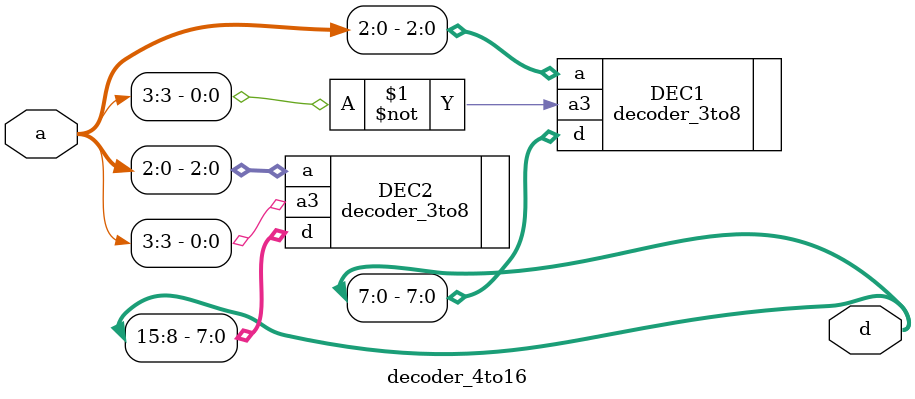
<source format=v>
module decoder_4to16

	# (parameter N = 4)
	
	(input [N-1:0] 		   a,
	 output wire [2**N-1:0] d
	);
	
	decoder_3to8 DEC1 (
	.a(a[N-2:0]),
	.a3(~a[N-1]),
	.d(d[2**(N-1)-1:0])
	);

	decoder_3to8 DEC2 (
	.a(a[N-2:0]),
	.a3(a[N-1]),
	.d(d[2**N-1:2**(N-1)])
	);
	
endmodule
</source>
